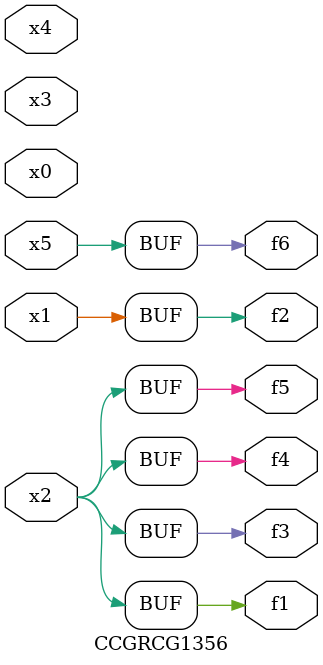
<source format=v>
module CCGRCG1356(
	input x0, x1, x2, x3, x4, x5,
	output f1, f2, f3, f4, f5, f6
);
	assign f1 = x2;
	assign f2 = x1;
	assign f3 = x2;
	assign f4 = x2;
	assign f5 = x2;
	assign f6 = x5;
endmodule

</source>
